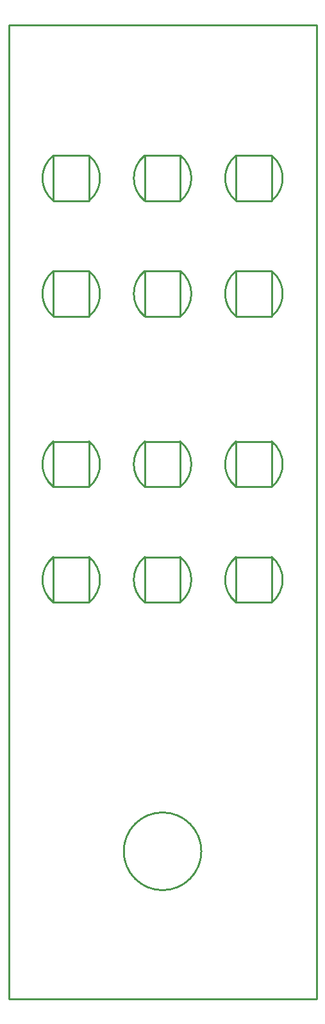
<source format=gko>
G04 Layer: BoardOutlineLayer*
G04 EasyEDA v6.5.34, 2023-10-02 19:34:43*
G04 64a6683610fa45038fb05069313a4abf,5a6b42c53f6a479593ecc07194224c93,10*
G04 Gerber Generator version 0.2*
G04 Scale: 100 percent, Rotated: No, Reflected: No *
G04 Dimensions in millimeters *
G04 leading zeros omitted , absolute positions ,4 integer and 5 decimal *
%FSLAX45Y45*%
%MOMM*%

%ADD10C,0.2540*%
D10*
X0Y12839700D02*
G01*
X4064000Y12839700D01*
X4064000Y0D01*
X0Y0D01*
X0Y12839700D01*
G75*
G01*
X3472597Y8997147D02*
G03*
X3472353Y9595843I-234196J299253D01*
X3472352Y9595843D02*
G01*
X3472596Y8997147D01*
X3004002Y9596399D02*
G01*
X3004002Y8996400D01*
X3004002Y8996400D02*
G01*
X3473002Y8996400D01*
X3473002Y8996400D02*
G01*
X3473002Y9596399D01*
X3473002Y9596399D02*
G01*
X3004002Y9596399D01*
G75*
G01*
X3004205Y8997147D02*
G02*
X3004449Y9595843I234195J299253D01*
X3004449Y9595843D02*
G01*
X3004205Y8997147D01*
G75*
G01*
X3472597Y10521147D02*
G03*
X3472353Y11119843I-234196J299253D01*
X3472352Y11119843D02*
G01*
X3472596Y10521147D01*
X3004002Y11120399D02*
G01*
X3004002Y10520400D01*
X3004002Y10520400D02*
G01*
X3473002Y10520400D01*
X3473002Y10520400D02*
G01*
X3473002Y11120399D01*
X3473002Y11120399D02*
G01*
X3004002Y11120399D01*
G75*
G01*
X3004205Y10521147D02*
G02*
X3004449Y11119843I234195J299253D01*
X3004449Y11119843D02*
G01*
X3004205Y10521147D01*
G75*
G01*
X1797705Y10521147D02*
G02*
X1797949Y11119843I234195J299253D01*
X1797949Y11119843D02*
G01*
X1797705Y10521147D01*
X1797502Y11120399D02*
G01*
X1797502Y10520400D01*
X1797502Y10520400D02*
G01*
X2266502Y10520400D01*
X2266502Y10520400D02*
G01*
X2266502Y11120399D01*
X2266502Y11120399D02*
G01*
X1797502Y11120399D01*
G75*
G01*
X2266097Y10521147D02*
G03*
X2265853Y11119843I-234196J299253D01*
X2265852Y11119843D02*
G01*
X2266096Y10521147D01*
G75*
G01*
X1797705Y8997147D02*
G02*
X1797949Y9595843I234195J299253D01*
X1797949Y9595843D02*
G01*
X1797705Y8997147D01*
X1797502Y9596399D02*
G01*
X1797502Y8996400D01*
X1797502Y8996400D02*
G01*
X2266502Y8996400D01*
X2266502Y8996400D02*
G01*
X2266502Y9596399D01*
X2266502Y9596399D02*
G01*
X1797502Y9596399D01*
G75*
G01*
X2266097Y8997147D02*
G03*
X2265853Y9595843I-234196J299253D01*
X2265852Y9595843D02*
G01*
X2266096Y8997147D01*
G75*
G01*
X1059597Y8997147D02*
G03*
X1059353Y9595843I-234196J299253D01*
X1059352Y9595843D02*
G01*
X1059596Y8997147D01*
X591002Y9596399D02*
G01*
X591002Y8996400D01*
X591002Y8996400D02*
G01*
X1060002Y8996400D01*
X1060002Y8996400D02*
G01*
X1060002Y9596399D01*
X1060002Y9596399D02*
G01*
X591002Y9596399D01*
G75*
G01*
X591205Y8997147D02*
G02*
X591449Y9595843I234195J299253D01*
X591449Y9595843D02*
G01*
X591205Y8997147D01*
G75*
G01*
X1059597Y10521147D02*
G03*
X1059353Y11119843I-234196J299253D01*
X1059352Y11119843D02*
G01*
X1059596Y10521147D01*
X591002Y11120399D02*
G01*
X591002Y10520400D01*
X591002Y10520400D02*
G01*
X1060002Y10520400D01*
X1060002Y10520400D02*
G01*
X1060002Y11120399D01*
X1060002Y11120399D02*
G01*
X591002Y11120399D01*
G75*
G01*
X591205Y10521147D02*
G02*
X591449Y11119843I234195J299253D01*
X591449Y11119843D02*
G01*
X591205Y10521147D01*
G75*
G01*
X591205Y6749247D02*
G02*
X591449Y7347943I234195J299253D01*
X591449Y7347943D02*
G01*
X591205Y6749247D01*
X591002Y7348499D02*
G01*
X591002Y6748500D01*
X591002Y6748500D02*
G01*
X1060002Y6748500D01*
X1060002Y6748500D02*
G01*
X1060002Y7348499D01*
X1060002Y7348499D02*
G01*
X591002Y7348499D01*
G75*
G01*
X1059597Y6749247D02*
G03*
X1059353Y7347943I-234196J299253D01*
X1059352Y7347943D02*
G01*
X1059596Y6749247D01*
G75*
G01*
X2266097Y6749247D02*
G03*
X2265853Y7347943I-234196J299253D01*
X2265852Y7347943D02*
G01*
X2266096Y6749247D01*
X1797502Y7348499D02*
G01*
X1797502Y6748500D01*
X1797502Y6748500D02*
G01*
X2266502Y6748500D01*
X2266502Y6748500D02*
G01*
X2266502Y7348499D01*
X2266502Y7348499D02*
G01*
X1797502Y7348499D01*
G75*
G01*
X1797705Y6749247D02*
G02*
X1797949Y7347943I234195J299253D01*
X1797949Y7347943D02*
G01*
X1797705Y6749247D01*
G75*
G01*
X3004205Y6749247D02*
G02*
X3004449Y7347943I234195J299253D01*
X3004449Y7347943D02*
G01*
X3004205Y6749247D01*
X3004002Y7348499D02*
G01*
X3004002Y6748500D01*
X3004002Y6748500D02*
G01*
X3473002Y6748500D01*
X3473002Y6748500D02*
G01*
X3473002Y7348499D01*
X3473002Y7348499D02*
G01*
X3004002Y7348499D01*
G75*
G01*
X3472597Y6749247D02*
G03*
X3472353Y7347943I-234196J299253D01*
X3472352Y7347943D02*
G01*
X3472596Y6749247D01*
G75*
G01*
X591205Y5225247D02*
G02*
X591449Y5823943I234195J299253D01*
X591449Y5823943D02*
G01*
X591205Y5225247D01*
X591002Y5824499D02*
G01*
X591002Y5224500D01*
X591002Y5224500D02*
G01*
X1060002Y5224500D01*
X1060002Y5224500D02*
G01*
X1060002Y5824499D01*
X1060002Y5824499D02*
G01*
X591002Y5824499D01*
G75*
G01*
X1059597Y5225247D02*
G03*
X1059353Y5823943I-234196J299253D01*
X1059352Y5823943D02*
G01*
X1059596Y5225247D01*
G75*
G01*
X2266097Y5225247D02*
G03*
X2265853Y5823943I-234196J299253D01*
X2265852Y5823943D02*
G01*
X2266096Y5225247D01*
X1797502Y5824499D02*
G01*
X1797502Y5224500D01*
X1797502Y5224500D02*
G01*
X2266502Y5224500D01*
X2266502Y5224500D02*
G01*
X2266502Y5824499D01*
X2266502Y5824499D02*
G01*
X1797502Y5824499D01*
G75*
G01*
X1797705Y5225247D02*
G02*
X1797949Y5823943I234195J299253D01*
X1797949Y5823943D02*
G01*
X1797705Y5225247D01*
G75*
G01*
X3004205Y5225247D02*
G02*
X3004449Y5823943I234195J299253D01*
X3004449Y5823943D02*
G01*
X3004205Y5225247D01*
X3004002Y5824499D02*
G01*
X3004002Y5224500D01*
X3004002Y5224500D02*
G01*
X3473002Y5224500D01*
X3473002Y5224500D02*
G01*
X3473002Y5824499D01*
X3473002Y5824499D02*
G01*
X3004002Y5824499D01*
G75*
G01*
X3472597Y5225247D02*
G03*
X3472353Y5823943I-234196J299253D01*
X3472352Y5823943D02*
G01*
X3472596Y5225247D01*
G75*
G01*
X1519301Y1943100D02*
G02*
X2544699Y1943100I512699J0D01*
G75*
G01*
X2544699Y1943100D02*
G02*
X1519301Y1943100I-512699J0D01*
X1519300Y1943100D02*
G01*
X1519300Y1943100D01*

%LPD*%
M02*

</source>
